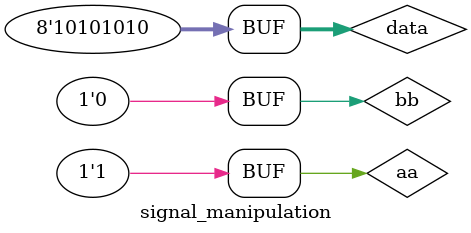
<source format=sv>

module signal_manipulation;

//Internal wires
logic aa;
logic bb;
logic yy;

logic [7:0] data; 					//Packed Array 
logic arrayOfBits [7:0];			//Unpacked Packed array of bits
logic [3:0] arrayOfNibbles[7:0];	//Unpacked array of 4-bit values

initial
begin

	data = 8'b10101100;
	#50ps;

	for (int n=0; n<7; n=n+1)
	begin
		arrayOfBits[n] = 0;				//Unpacked array of single bits
		arrayOfNibbles[n] = 4'b0000;	//Unpacked array of 4-bit values
		data[n] = 0;						//Packed array (Bit wise access)
	end

	#20ps;

   data = 8'b10101111;					//Packed array
	//arrayOfBits = 8'b11111111;			//Illegal

	#20ps;

	//Concatination
	data = {4'b1111, 4'b0101};
	{aa,bb,data} = 10'b1010101010;


end

endmodule
</source>
